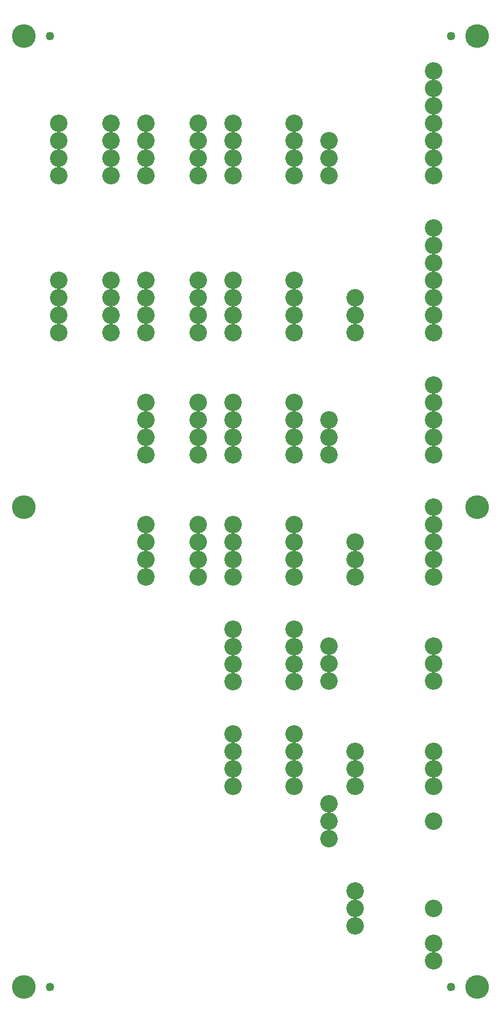
<source format=gbs>
G04 MADE WITH FRITZING*
G04 WWW.FRITZING.ORG*
G04 SINGLE SIDED*
G04 HOLES NOT PLATED*
G04 CONTOUR ON CENTER OF CONTOUR VECTOR*
%ASAXBY*%
%FSLAX23Y23*%
%MOIN*%
%OFA0B0*%
%SFA1.0B1.0*%
%ADD10C,0.049370*%
%ADD11C,0.100551*%
%ADD12C,0.135984*%
%LNMASK0*%
G90*
G70*
G54D10*
X275Y118D03*
X2575Y118D03*
X275Y5568D03*
X2575Y5568D03*
G54D11*
X2475Y368D03*
X2475Y268D03*
X2475Y368D03*
X2475Y268D03*
X2025Y4068D03*
X2025Y3968D03*
X2025Y3868D03*
X1875Y4968D03*
X1875Y4868D03*
X1875Y4768D03*
X1325Y1568D03*
X1325Y1468D03*
X1325Y1368D03*
X1325Y1268D03*
X1675Y1568D03*
X1675Y1468D03*
X1675Y1368D03*
X1675Y1268D03*
X1675Y2168D03*
X1675Y2068D03*
X1675Y1968D03*
X1675Y1868D03*
X1325Y2168D03*
X1325Y2068D03*
X1325Y1968D03*
X1325Y1868D03*
X1125Y2768D03*
X1125Y2668D03*
X1125Y2568D03*
X1125Y2468D03*
X1675Y2768D03*
X1675Y2668D03*
X1675Y2568D03*
X1675Y2468D03*
X1325Y2768D03*
X1325Y2668D03*
X1325Y2568D03*
X1325Y2468D03*
X825Y2768D03*
X825Y2668D03*
X825Y2568D03*
X825Y2468D03*
X1675Y3468D03*
X1675Y3368D03*
X1675Y3268D03*
X1675Y3168D03*
X825Y3468D03*
X825Y3368D03*
X825Y3268D03*
X825Y3168D03*
X1125Y3468D03*
X1125Y3368D03*
X1125Y3268D03*
X1125Y3168D03*
X1325Y3468D03*
X1325Y3368D03*
X1325Y3268D03*
X1325Y3168D03*
X325Y4168D03*
X325Y4068D03*
X325Y3968D03*
X325Y3868D03*
X1675Y4168D03*
X1675Y4068D03*
X1675Y3968D03*
X1675Y3868D03*
X625Y4168D03*
X625Y4068D03*
X625Y3968D03*
X625Y3868D03*
X1325Y4168D03*
X1325Y4068D03*
X1325Y3968D03*
X1325Y3868D03*
X825Y4168D03*
X825Y4068D03*
X825Y3968D03*
X825Y3868D03*
X1125Y4168D03*
X1125Y4068D03*
X1125Y3968D03*
X1125Y3868D03*
X325Y5068D03*
X325Y4968D03*
X325Y4868D03*
X325Y4768D03*
X625Y5068D03*
X625Y4968D03*
X625Y4868D03*
X625Y4768D03*
X825Y5068D03*
X825Y4968D03*
X825Y4868D03*
X825Y4768D03*
X1125Y5068D03*
X1125Y4968D03*
X1125Y4868D03*
X1125Y4768D03*
X1325Y5068D03*
X1325Y4968D03*
X1325Y4868D03*
X1325Y4768D03*
X1675Y5068D03*
X1675Y4968D03*
X1675Y4868D03*
X1675Y4768D03*
X2475Y5368D03*
X2475Y5268D03*
X2475Y5168D03*
X2475Y5068D03*
X2475Y4968D03*
X2475Y4868D03*
X2475Y4768D03*
X2475Y5368D03*
X2475Y5268D03*
X2475Y5168D03*
X2475Y5068D03*
X2475Y4968D03*
X2475Y4868D03*
X2475Y4768D03*
X2475Y1068D03*
X2475Y1068D03*
X2475Y2868D03*
X2475Y2768D03*
X2475Y2668D03*
X2475Y2568D03*
X2475Y2468D03*
X2475Y2868D03*
X2475Y2768D03*
X2475Y2668D03*
X2475Y2568D03*
X2475Y2468D03*
X2475Y4468D03*
X2475Y4368D03*
X2475Y4268D03*
X2475Y4168D03*
X2475Y4068D03*
X2475Y3968D03*
X2475Y3868D03*
X2475Y4468D03*
X2475Y4368D03*
X2475Y4268D03*
X2475Y4168D03*
X2475Y4068D03*
X2475Y3968D03*
X2475Y3868D03*
X2475Y3568D03*
X2475Y3468D03*
X2475Y3368D03*
X2475Y3268D03*
X2475Y3168D03*
X2475Y3568D03*
X2475Y3468D03*
X2475Y3368D03*
X2475Y3268D03*
X2475Y3168D03*
X2475Y1468D03*
X2475Y1368D03*
X2475Y1268D03*
X2475Y568D03*
X2475Y568D03*
X2476Y2069D03*
X2476Y1969D03*
X2476Y1869D03*
G54D12*
X125Y5568D03*
X2725Y2868D03*
X2725Y5568D03*
X125Y2868D03*
X125Y118D03*
X2725Y118D03*
G54D11*
X1875Y3368D03*
X1875Y3268D03*
X1875Y3168D03*
X2025Y2668D03*
X2025Y2568D03*
X2025Y2468D03*
X1876Y2069D03*
X1876Y1969D03*
X1876Y1869D03*
X2025Y1468D03*
X2025Y1368D03*
X2025Y1268D03*
X1875Y1168D03*
X1875Y1068D03*
X1875Y968D03*
X2025Y668D03*
X2025Y568D03*
X2025Y468D03*
G04 End of Mask0*
M02*
</source>
